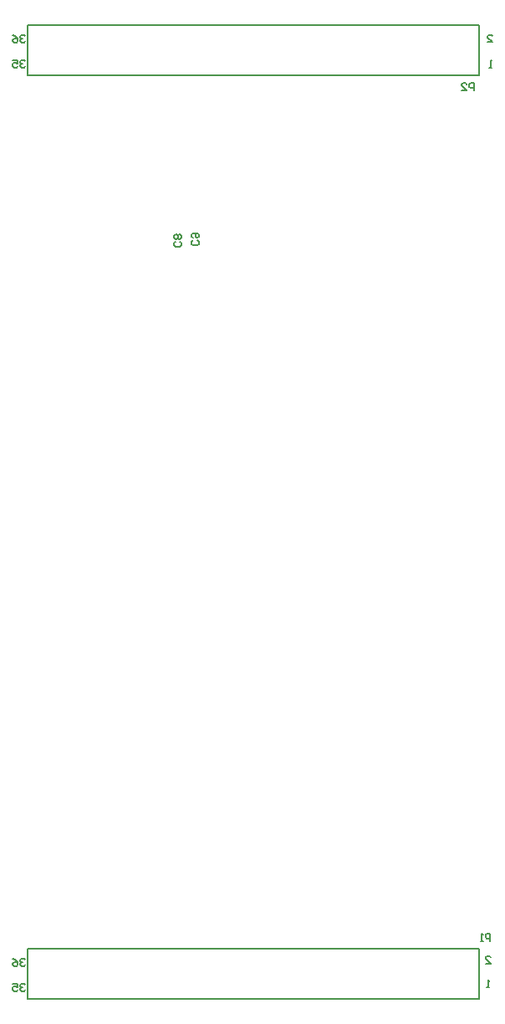
<source format=gbo>
G04*
G04 #@! TF.GenerationSoftware,Altium Limited,Altium Designer,22.9.1 (49)*
G04*
G04 Layer_Color=32896*
%FSLAX25Y25*%
%MOIN*%
G70*
G04*
G04 #@! TF.SameCoordinates,E9D11BAE-304F-488D-B7EA-F98EEB287584*
G04*
G04*
G04 #@! TF.FilePolarity,Positive*
G04*
G01*
G75*
%ADD12C,0.00787*%
%ADD16C,0.00591*%
D12*
X8177Y208874D02*
X188177D01*
X8177Y228874D02*
X188177D01*
Y208874D02*
Y228874D01*
X8177Y208874D02*
Y228874D01*
Y-159079D02*
X188177D01*
X8177Y-139079D02*
X188177D01*
Y-159079D02*
Y-139079D01*
X8177Y-159079D02*
Y-139079D01*
D16*
X7177Y224334D02*
X6685Y224826D01*
X5701D01*
X5209Y224334D01*
Y223842D01*
X5701Y223350D01*
X6193D01*
X5701D01*
X5209Y222858D01*
Y222366D01*
X5701Y221874D01*
X6685D01*
X7177Y222366D01*
X2258Y224826D02*
X3241Y224334D01*
X4225Y223350D01*
Y222366D01*
X3733Y221874D01*
X2750D01*
X2258Y222366D01*
Y222858D01*
X2750Y223350D01*
X4225D01*
X7177Y214334D02*
X6685Y214826D01*
X5701D01*
X5209Y214334D01*
Y213842D01*
X5701Y213350D01*
X6193D01*
X5701D01*
X5209Y212858D01*
Y212366D01*
X5701Y211874D01*
X6685D01*
X7177Y212366D01*
X2258Y214826D02*
X4225D01*
Y213350D01*
X3241Y213842D01*
X2750D01*
X2258Y213350D01*
Y212366D01*
X2750Y211874D01*
X3733D01*
X4225Y212366D01*
X193177Y211874D02*
X192193D01*
X192685D01*
Y214826D01*
X193177Y214334D01*
X191532Y222000D02*
X193500D01*
X191532Y223968D01*
Y224460D01*
X192024Y224952D01*
X193008D01*
X193500Y224460D01*
X7177Y-143619D02*
X6685Y-143127D01*
X5701D01*
X5209Y-143619D01*
Y-144111D01*
X5701Y-144603D01*
X6193D01*
X5701D01*
X5209Y-145095D01*
Y-145587D01*
X5701Y-146079D01*
X6685D01*
X7177Y-145587D01*
X2258Y-143127D02*
X3241Y-143619D01*
X4225Y-144603D01*
Y-145587D01*
X3733Y-146079D01*
X2750D01*
X2258Y-145587D01*
Y-145095D01*
X2750Y-144603D01*
X4225D01*
X7177Y-153619D02*
X6685Y-153127D01*
X5701D01*
X5209Y-153619D01*
Y-154111D01*
X5701Y-154603D01*
X6193D01*
X5701D01*
X5209Y-155095D01*
Y-155587D01*
X5701Y-156079D01*
X6685D01*
X7177Y-155587D01*
X2258Y-153127D02*
X4225D01*
Y-154603D01*
X3241Y-154111D01*
X2750D01*
X2258Y-154603D01*
Y-155587D01*
X2750Y-156079D01*
X3733D01*
X4225Y-155587D01*
X192177Y-154579D02*
X191193D01*
X191685D01*
Y-151627D01*
X192177Y-152119D01*
X190709Y-145079D02*
X192677D01*
X190709Y-143111D01*
Y-142619D01*
X191201Y-142127D01*
X192185D01*
X192677Y-142619D01*
X75984Y143008D02*
X76476Y142516D01*
Y141532D01*
X75984Y141040D01*
X74016D01*
X73524Y141532D01*
Y142516D01*
X74016Y143008D01*
Y143992D02*
X73524Y144484D01*
Y145468D01*
X74016Y145960D01*
X75984D01*
X76476Y145468D01*
Y144484D01*
X75984Y143992D01*
X75492D01*
X75000Y144484D01*
Y145960D01*
X68984Y142508D02*
X69476Y142016D01*
Y141032D01*
X68984Y140540D01*
X67016D01*
X66524Y141032D01*
Y142016D01*
X67016Y142508D01*
X68984Y143492D02*
X69476Y143984D01*
Y144968D01*
X68984Y145460D01*
X68492D01*
X68000Y144968D01*
X67508Y145460D01*
X67016D01*
X66524Y144968D01*
Y143984D01*
X67016Y143492D01*
X67508D01*
X68000Y143984D01*
X68492Y143492D01*
X68984D01*
X68000Y143984D02*
Y144968D01*
X186212Y202772D02*
Y205724D01*
X184736D01*
X184244Y205232D01*
Y204248D01*
X184736Y203756D01*
X186212D01*
X181292Y202772D02*
X183260D01*
X181292Y204740D01*
Y205232D01*
X181784Y205724D01*
X182768D01*
X183260Y205232D01*
X192652Y-136052D02*
Y-133100D01*
X191176D01*
X190684Y-133592D01*
Y-134576D01*
X191176Y-135068D01*
X192652D01*
X189700Y-136052D02*
X188716D01*
X189208D01*
Y-133100D01*
X189700Y-133592D01*
M02*

</source>
